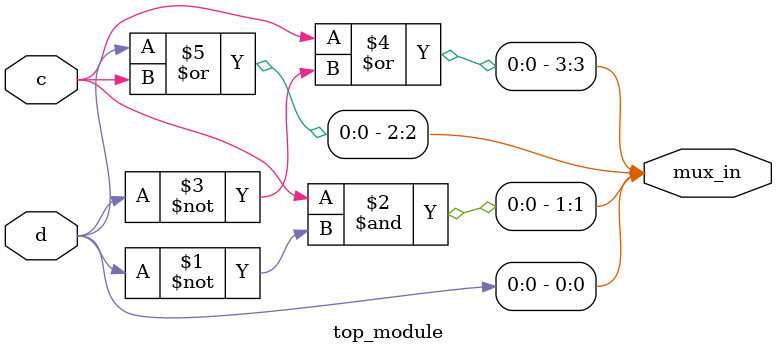
<source format=sv>
module top_module (
    input c,
    input d,
    output [3:0] mux_in
);

    // Based on the Karnaugh map, the outputs are calculated as follows:

    // ab = 00
    assign mux_in[0] = d;  // When ab = 00: 00 -> 0, 01 -> 1, 11 -> 1, 10 -> 1

    // ab = 01
    assign mux_in[1] = c & ~d;  // When ab = 01: 00 -> 0, 01 -> 0, 11 -> 0, 10 -> 1

    // ab = 11
    assign mux_in[3] = c | ~d;  // When ab = 11: 00 -> 0, 01 -> 0, 11 -> 1, 10 -> 1

    // ab = 10
    assign mux_in[2] = d | c;  // When ab = 10: 00 -> 1, 01 -> 0, 11 -> 1, 10 -> 1

endmodule

</source>
